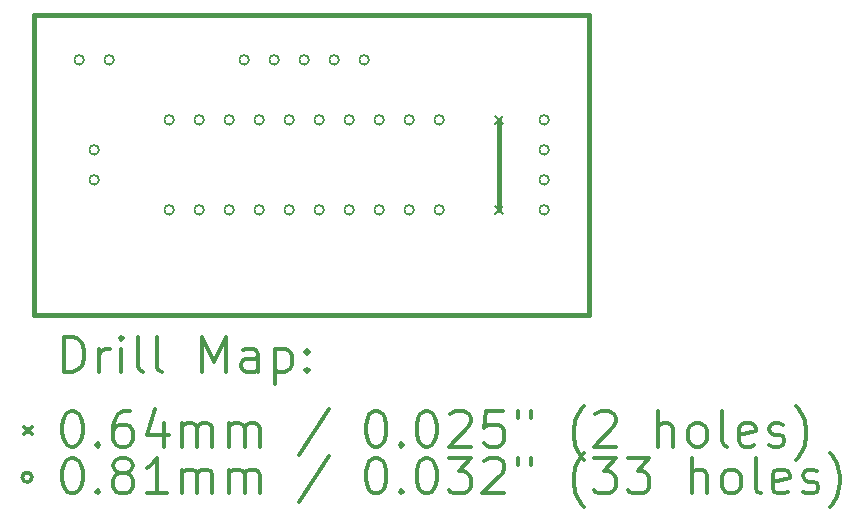
<source format=gbr>
%FSLAX45Y45*%
G04 Gerber Fmt 4.5, Leading zero omitted, Abs format (unit mm)*
G04 Created by KiCad (PCBNEW 4.0.5+dfsg1-4+deb9u1) date Mon Sep 26 08:46:46 2022*
%MOMM*%
%LPD*%
G01*
G04 APERTURE LIST*
%ADD10C,0.127000*%
%ADD11C,0.381000*%
%ADD12C,0.200000*%
%ADD13C,0.300000*%
G04 APERTURE END LIST*
D10*
D11*
X16637000Y-10477500D02*
X16637000Y-9715500D01*
X17399000Y-11366500D02*
X12700000Y-11366500D01*
X12700000Y-8826500D02*
X17399000Y-8826500D01*
X17399000Y-11366500D02*
X17399000Y-8826500D01*
X12700000Y-10858500D02*
X12700000Y-11366500D01*
X12700000Y-8826500D02*
X12700000Y-10858500D01*
D12*
X16605250Y-9683750D02*
X16668750Y-9747250D01*
X16668750Y-9683750D02*
X16605250Y-9747250D01*
X16605250Y-10445750D02*
X16668750Y-10509250D01*
X16668750Y-10445750D02*
X16605250Y-10509250D01*
X13121640Y-9207500D02*
G75*
G03X13121640Y-9207500I-40640J0D01*
G01*
X13248640Y-9969500D02*
G75*
G03X13248640Y-9969500I-40640J0D01*
G01*
X13248640Y-10223500D02*
G75*
G03X13248640Y-10223500I-40640J0D01*
G01*
X13375640Y-9207500D02*
G75*
G03X13375640Y-9207500I-40640J0D01*
G01*
X13883640Y-9715500D02*
G75*
G03X13883640Y-9715500I-40640J0D01*
G01*
X13883640Y-10477500D02*
G75*
G03X13883640Y-10477500I-40640J0D01*
G01*
X14137640Y-9715500D02*
G75*
G03X14137640Y-9715500I-40640J0D01*
G01*
X14137640Y-10477500D02*
G75*
G03X14137640Y-10477500I-40640J0D01*
G01*
X14391640Y-9715500D02*
G75*
G03X14391640Y-9715500I-40640J0D01*
G01*
X14391640Y-10477500D02*
G75*
G03X14391640Y-10477500I-40640J0D01*
G01*
X14518640Y-9207500D02*
G75*
G03X14518640Y-9207500I-40640J0D01*
G01*
X14645640Y-9715500D02*
G75*
G03X14645640Y-9715500I-40640J0D01*
G01*
X14645640Y-10477500D02*
G75*
G03X14645640Y-10477500I-40640J0D01*
G01*
X14772640Y-9207500D02*
G75*
G03X14772640Y-9207500I-40640J0D01*
G01*
X14899640Y-9715500D02*
G75*
G03X14899640Y-9715500I-40640J0D01*
G01*
X14899640Y-10477500D02*
G75*
G03X14899640Y-10477500I-40640J0D01*
G01*
X15026640Y-9207500D02*
G75*
G03X15026640Y-9207500I-40640J0D01*
G01*
X15153640Y-9715500D02*
G75*
G03X15153640Y-9715500I-40640J0D01*
G01*
X15153640Y-10477500D02*
G75*
G03X15153640Y-10477500I-40640J0D01*
G01*
X15280640Y-9207500D02*
G75*
G03X15280640Y-9207500I-40640J0D01*
G01*
X15407640Y-9715500D02*
G75*
G03X15407640Y-9715500I-40640J0D01*
G01*
X15407640Y-10477500D02*
G75*
G03X15407640Y-10477500I-40640J0D01*
G01*
X15534640Y-9207500D02*
G75*
G03X15534640Y-9207500I-40640J0D01*
G01*
X15661640Y-9715500D02*
G75*
G03X15661640Y-9715500I-40640J0D01*
G01*
X15661640Y-10477500D02*
G75*
G03X15661640Y-10477500I-40640J0D01*
G01*
X15915640Y-9715500D02*
G75*
G03X15915640Y-9715500I-40640J0D01*
G01*
X15915640Y-10477500D02*
G75*
G03X15915640Y-10477500I-40640J0D01*
G01*
X16169640Y-9715500D02*
G75*
G03X16169640Y-9715500I-40640J0D01*
G01*
X16169640Y-10477500D02*
G75*
G03X16169640Y-10477500I-40640J0D01*
G01*
X17058640Y-9715500D02*
G75*
G03X17058640Y-9715500I-40640J0D01*
G01*
X17058640Y-9969500D02*
G75*
G03X17058640Y-9969500I-40640J0D01*
G01*
X17058640Y-10223500D02*
G75*
G03X17058640Y-10223500I-40640J0D01*
G01*
X17058640Y-10477500D02*
G75*
G03X17058640Y-10477500I-40640J0D01*
G01*
D13*
X12952378Y-11851264D02*
X12952378Y-11551264D01*
X13023807Y-11551264D01*
X13066664Y-11565550D01*
X13095236Y-11594121D01*
X13109521Y-11622693D01*
X13123807Y-11679836D01*
X13123807Y-11722693D01*
X13109521Y-11779836D01*
X13095236Y-11808407D01*
X13066664Y-11836979D01*
X13023807Y-11851264D01*
X12952378Y-11851264D01*
X13252378Y-11851264D02*
X13252378Y-11651264D01*
X13252378Y-11708407D02*
X13266664Y-11679836D01*
X13280950Y-11665550D01*
X13309521Y-11651264D01*
X13338093Y-11651264D01*
X13438093Y-11851264D02*
X13438093Y-11651264D01*
X13438093Y-11551264D02*
X13423807Y-11565550D01*
X13438093Y-11579836D01*
X13452378Y-11565550D01*
X13438093Y-11551264D01*
X13438093Y-11579836D01*
X13623807Y-11851264D02*
X13595236Y-11836979D01*
X13580950Y-11808407D01*
X13580950Y-11551264D01*
X13780950Y-11851264D02*
X13752378Y-11836979D01*
X13738093Y-11808407D01*
X13738093Y-11551264D01*
X14123807Y-11851264D02*
X14123807Y-11551264D01*
X14223807Y-11765550D01*
X14323807Y-11551264D01*
X14323807Y-11851264D01*
X14595236Y-11851264D02*
X14595236Y-11694121D01*
X14580950Y-11665550D01*
X14552378Y-11651264D01*
X14495236Y-11651264D01*
X14466664Y-11665550D01*
X14595236Y-11836979D02*
X14566664Y-11851264D01*
X14495236Y-11851264D01*
X14466664Y-11836979D01*
X14452378Y-11808407D01*
X14452378Y-11779836D01*
X14466664Y-11751264D01*
X14495236Y-11736979D01*
X14566664Y-11736979D01*
X14595236Y-11722693D01*
X14738093Y-11651264D02*
X14738093Y-11951264D01*
X14738093Y-11665550D02*
X14766664Y-11651264D01*
X14823807Y-11651264D01*
X14852378Y-11665550D01*
X14866664Y-11679836D01*
X14880950Y-11708407D01*
X14880950Y-11794121D01*
X14866664Y-11822693D01*
X14852378Y-11836979D01*
X14823807Y-11851264D01*
X14766664Y-11851264D01*
X14738093Y-11836979D01*
X15009521Y-11822693D02*
X15023807Y-11836979D01*
X15009521Y-11851264D01*
X14995236Y-11836979D01*
X15009521Y-11822693D01*
X15009521Y-11851264D01*
X15009521Y-11665550D02*
X15023807Y-11679836D01*
X15009521Y-11694121D01*
X14995236Y-11679836D01*
X15009521Y-11665550D01*
X15009521Y-11694121D01*
X12617450Y-12313800D02*
X12680950Y-12377300D01*
X12680950Y-12313800D02*
X12617450Y-12377300D01*
X13009521Y-12181264D02*
X13038093Y-12181264D01*
X13066664Y-12195550D01*
X13080950Y-12209836D01*
X13095236Y-12238407D01*
X13109521Y-12295550D01*
X13109521Y-12366979D01*
X13095236Y-12424121D01*
X13080950Y-12452693D01*
X13066664Y-12466979D01*
X13038093Y-12481264D01*
X13009521Y-12481264D01*
X12980950Y-12466979D01*
X12966664Y-12452693D01*
X12952378Y-12424121D01*
X12938093Y-12366979D01*
X12938093Y-12295550D01*
X12952378Y-12238407D01*
X12966664Y-12209836D01*
X12980950Y-12195550D01*
X13009521Y-12181264D01*
X13238093Y-12452693D02*
X13252378Y-12466979D01*
X13238093Y-12481264D01*
X13223807Y-12466979D01*
X13238093Y-12452693D01*
X13238093Y-12481264D01*
X13509521Y-12181264D02*
X13452378Y-12181264D01*
X13423807Y-12195550D01*
X13409521Y-12209836D01*
X13380950Y-12252693D01*
X13366664Y-12309836D01*
X13366664Y-12424121D01*
X13380950Y-12452693D01*
X13395236Y-12466979D01*
X13423807Y-12481264D01*
X13480950Y-12481264D01*
X13509521Y-12466979D01*
X13523807Y-12452693D01*
X13538093Y-12424121D01*
X13538093Y-12352693D01*
X13523807Y-12324121D01*
X13509521Y-12309836D01*
X13480950Y-12295550D01*
X13423807Y-12295550D01*
X13395236Y-12309836D01*
X13380950Y-12324121D01*
X13366664Y-12352693D01*
X13795236Y-12281264D02*
X13795236Y-12481264D01*
X13723807Y-12166979D02*
X13652378Y-12381264D01*
X13838093Y-12381264D01*
X13952378Y-12481264D02*
X13952378Y-12281264D01*
X13952378Y-12309836D02*
X13966664Y-12295550D01*
X13995236Y-12281264D01*
X14038093Y-12281264D01*
X14066664Y-12295550D01*
X14080950Y-12324121D01*
X14080950Y-12481264D01*
X14080950Y-12324121D02*
X14095236Y-12295550D01*
X14123807Y-12281264D01*
X14166664Y-12281264D01*
X14195236Y-12295550D01*
X14209521Y-12324121D01*
X14209521Y-12481264D01*
X14352378Y-12481264D02*
X14352378Y-12281264D01*
X14352378Y-12309836D02*
X14366664Y-12295550D01*
X14395236Y-12281264D01*
X14438093Y-12281264D01*
X14466664Y-12295550D01*
X14480950Y-12324121D01*
X14480950Y-12481264D01*
X14480950Y-12324121D02*
X14495236Y-12295550D01*
X14523807Y-12281264D01*
X14566664Y-12281264D01*
X14595236Y-12295550D01*
X14609521Y-12324121D01*
X14609521Y-12481264D01*
X15195236Y-12166979D02*
X14938093Y-12552693D01*
X15580950Y-12181264D02*
X15609521Y-12181264D01*
X15638093Y-12195550D01*
X15652378Y-12209836D01*
X15666664Y-12238407D01*
X15680950Y-12295550D01*
X15680950Y-12366979D01*
X15666664Y-12424121D01*
X15652378Y-12452693D01*
X15638093Y-12466979D01*
X15609521Y-12481264D01*
X15580950Y-12481264D01*
X15552378Y-12466979D01*
X15538093Y-12452693D01*
X15523807Y-12424121D01*
X15509521Y-12366979D01*
X15509521Y-12295550D01*
X15523807Y-12238407D01*
X15538093Y-12209836D01*
X15552378Y-12195550D01*
X15580950Y-12181264D01*
X15809521Y-12452693D02*
X15823807Y-12466979D01*
X15809521Y-12481264D01*
X15795236Y-12466979D01*
X15809521Y-12452693D01*
X15809521Y-12481264D01*
X16009521Y-12181264D02*
X16038093Y-12181264D01*
X16066664Y-12195550D01*
X16080950Y-12209836D01*
X16095235Y-12238407D01*
X16109521Y-12295550D01*
X16109521Y-12366979D01*
X16095235Y-12424121D01*
X16080950Y-12452693D01*
X16066664Y-12466979D01*
X16038093Y-12481264D01*
X16009521Y-12481264D01*
X15980950Y-12466979D01*
X15966664Y-12452693D01*
X15952378Y-12424121D01*
X15938093Y-12366979D01*
X15938093Y-12295550D01*
X15952378Y-12238407D01*
X15966664Y-12209836D01*
X15980950Y-12195550D01*
X16009521Y-12181264D01*
X16223807Y-12209836D02*
X16238093Y-12195550D01*
X16266664Y-12181264D01*
X16338093Y-12181264D01*
X16366664Y-12195550D01*
X16380950Y-12209836D01*
X16395235Y-12238407D01*
X16395235Y-12266979D01*
X16380950Y-12309836D01*
X16209521Y-12481264D01*
X16395235Y-12481264D01*
X16666664Y-12181264D02*
X16523807Y-12181264D01*
X16509521Y-12324121D01*
X16523807Y-12309836D01*
X16552378Y-12295550D01*
X16623807Y-12295550D01*
X16652378Y-12309836D01*
X16666664Y-12324121D01*
X16680950Y-12352693D01*
X16680950Y-12424121D01*
X16666664Y-12452693D01*
X16652378Y-12466979D01*
X16623807Y-12481264D01*
X16552378Y-12481264D01*
X16523807Y-12466979D01*
X16509521Y-12452693D01*
X16795236Y-12181264D02*
X16795236Y-12238407D01*
X16909521Y-12181264D02*
X16909521Y-12238407D01*
X17352378Y-12595550D02*
X17338093Y-12581264D01*
X17309521Y-12538407D01*
X17295236Y-12509836D01*
X17280950Y-12466979D01*
X17266664Y-12395550D01*
X17266664Y-12338407D01*
X17280950Y-12266979D01*
X17295236Y-12224121D01*
X17309521Y-12195550D01*
X17338093Y-12152693D01*
X17352378Y-12138407D01*
X17452378Y-12209836D02*
X17466664Y-12195550D01*
X17495236Y-12181264D01*
X17566664Y-12181264D01*
X17595236Y-12195550D01*
X17609521Y-12209836D01*
X17623807Y-12238407D01*
X17623807Y-12266979D01*
X17609521Y-12309836D01*
X17438093Y-12481264D01*
X17623807Y-12481264D01*
X17980950Y-12481264D02*
X17980950Y-12181264D01*
X18109521Y-12481264D02*
X18109521Y-12324121D01*
X18095236Y-12295550D01*
X18066664Y-12281264D01*
X18023807Y-12281264D01*
X17995236Y-12295550D01*
X17980950Y-12309836D01*
X18295236Y-12481264D02*
X18266664Y-12466979D01*
X18252378Y-12452693D01*
X18238093Y-12424121D01*
X18238093Y-12338407D01*
X18252378Y-12309836D01*
X18266664Y-12295550D01*
X18295236Y-12281264D01*
X18338093Y-12281264D01*
X18366664Y-12295550D01*
X18380950Y-12309836D01*
X18395236Y-12338407D01*
X18395236Y-12424121D01*
X18380950Y-12452693D01*
X18366664Y-12466979D01*
X18338093Y-12481264D01*
X18295236Y-12481264D01*
X18566664Y-12481264D02*
X18538093Y-12466979D01*
X18523807Y-12438407D01*
X18523807Y-12181264D01*
X18795236Y-12466979D02*
X18766664Y-12481264D01*
X18709521Y-12481264D01*
X18680950Y-12466979D01*
X18666664Y-12438407D01*
X18666664Y-12324121D01*
X18680950Y-12295550D01*
X18709521Y-12281264D01*
X18766664Y-12281264D01*
X18795236Y-12295550D01*
X18809521Y-12324121D01*
X18809521Y-12352693D01*
X18666664Y-12381264D01*
X18923807Y-12466979D02*
X18952379Y-12481264D01*
X19009521Y-12481264D01*
X19038093Y-12466979D01*
X19052379Y-12438407D01*
X19052379Y-12424121D01*
X19038093Y-12395550D01*
X19009521Y-12381264D01*
X18966664Y-12381264D01*
X18938093Y-12366979D01*
X18923807Y-12338407D01*
X18923807Y-12324121D01*
X18938093Y-12295550D01*
X18966664Y-12281264D01*
X19009521Y-12281264D01*
X19038093Y-12295550D01*
X19152378Y-12595550D02*
X19166664Y-12581264D01*
X19195236Y-12538407D01*
X19209521Y-12509836D01*
X19223807Y-12466979D01*
X19238093Y-12395550D01*
X19238093Y-12338407D01*
X19223807Y-12266979D01*
X19209521Y-12224121D01*
X19195236Y-12195550D01*
X19166664Y-12152693D01*
X19152378Y-12138407D01*
X12680950Y-12741550D02*
G75*
G03X12680950Y-12741550I-40640J0D01*
G01*
X13009521Y-12577264D02*
X13038093Y-12577264D01*
X13066664Y-12591550D01*
X13080950Y-12605836D01*
X13095236Y-12634407D01*
X13109521Y-12691550D01*
X13109521Y-12762979D01*
X13095236Y-12820121D01*
X13080950Y-12848693D01*
X13066664Y-12862979D01*
X13038093Y-12877264D01*
X13009521Y-12877264D01*
X12980950Y-12862979D01*
X12966664Y-12848693D01*
X12952378Y-12820121D01*
X12938093Y-12762979D01*
X12938093Y-12691550D01*
X12952378Y-12634407D01*
X12966664Y-12605836D01*
X12980950Y-12591550D01*
X13009521Y-12577264D01*
X13238093Y-12848693D02*
X13252378Y-12862979D01*
X13238093Y-12877264D01*
X13223807Y-12862979D01*
X13238093Y-12848693D01*
X13238093Y-12877264D01*
X13423807Y-12705836D02*
X13395236Y-12691550D01*
X13380950Y-12677264D01*
X13366664Y-12648693D01*
X13366664Y-12634407D01*
X13380950Y-12605836D01*
X13395236Y-12591550D01*
X13423807Y-12577264D01*
X13480950Y-12577264D01*
X13509521Y-12591550D01*
X13523807Y-12605836D01*
X13538093Y-12634407D01*
X13538093Y-12648693D01*
X13523807Y-12677264D01*
X13509521Y-12691550D01*
X13480950Y-12705836D01*
X13423807Y-12705836D01*
X13395236Y-12720121D01*
X13380950Y-12734407D01*
X13366664Y-12762979D01*
X13366664Y-12820121D01*
X13380950Y-12848693D01*
X13395236Y-12862979D01*
X13423807Y-12877264D01*
X13480950Y-12877264D01*
X13509521Y-12862979D01*
X13523807Y-12848693D01*
X13538093Y-12820121D01*
X13538093Y-12762979D01*
X13523807Y-12734407D01*
X13509521Y-12720121D01*
X13480950Y-12705836D01*
X13823807Y-12877264D02*
X13652378Y-12877264D01*
X13738093Y-12877264D02*
X13738093Y-12577264D01*
X13709521Y-12620121D01*
X13680950Y-12648693D01*
X13652378Y-12662979D01*
X13952378Y-12877264D02*
X13952378Y-12677264D01*
X13952378Y-12705836D02*
X13966664Y-12691550D01*
X13995236Y-12677264D01*
X14038093Y-12677264D01*
X14066664Y-12691550D01*
X14080950Y-12720121D01*
X14080950Y-12877264D01*
X14080950Y-12720121D02*
X14095236Y-12691550D01*
X14123807Y-12677264D01*
X14166664Y-12677264D01*
X14195236Y-12691550D01*
X14209521Y-12720121D01*
X14209521Y-12877264D01*
X14352378Y-12877264D02*
X14352378Y-12677264D01*
X14352378Y-12705836D02*
X14366664Y-12691550D01*
X14395236Y-12677264D01*
X14438093Y-12677264D01*
X14466664Y-12691550D01*
X14480950Y-12720121D01*
X14480950Y-12877264D01*
X14480950Y-12720121D02*
X14495236Y-12691550D01*
X14523807Y-12677264D01*
X14566664Y-12677264D01*
X14595236Y-12691550D01*
X14609521Y-12720121D01*
X14609521Y-12877264D01*
X15195236Y-12562979D02*
X14938093Y-12948693D01*
X15580950Y-12577264D02*
X15609521Y-12577264D01*
X15638093Y-12591550D01*
X15652378Y-12605836D01*
X15666664Y-12634407D01*
X15680950Y-12691550D01*
X15680950Y-12762979D01*
X15666664Y-12820121D01*
X15652378Y-12848693D01*
X15638093Y-12862979D01*
X15609521Y-12877264D01*
X15580950Y-12877264D01*
X15552378Y-12862979D01*
X15538093Y-12848693D01*
X15523807Y-12820121D01*
X15509521Y-12762979D01*
X15509521Y-12691550D01*
X15523807Y-12634407D01*
X15538093Y-12605836D01*
X15552378Y-12591550D01*
X15580950Y-12577264D01*
X15809521Y-12848693D02*
X15823807Y-12862979D01*
X15809521Y-12877264D01*
X15795236Y-12862979D01*
X15809521Y-12848693D01*
X15809521Y-12877264D01*
X16009521Y-12577264D02*
X16038093Y-12577264D01*
X16066664Y-12591550D01*
X16080950Y-12605836D01*
X16095235Y-12634407D01*
X16109521Y-12691550D01*
X16109521Y-12762979D01*
X16095235Y-12820121D01*
X16080950Y-12848693D01*
X16066664Y-12862979D01*
X16038093Y-12877264D01*
X16009521Y-12877264D01*
X15980950Y-12862979D01*
X15966664Y-12848693D01*
X15952378Y-12820121D01*
X15938093Y-12762979D01*
X15938093Y-12691550D01*
X15952378Y-12634407D01*
X15966664Y-12605836D01*
X15980950Y-12591550D01*
X16009521Y-12577264D01*
X16209521Y-12577264D02*
X16395235Y-12577264D01*
X16295235Y-12691550D01*
X16338093Y-12691550D01*
X16366664Y-12705836D01*
X16380950Y-12720121D01*
X16395235Y-12748693D01*
X16395235Y-12820121D01*
X16380950Y-12848693D01*
X16366664Y-12862979D01*
X16338093Y-12877264D01*
X16252378Y-12877264D01*
X16223807Y-12862979D01*
X16209521Y-12848693D01*
X16509521Y-12605836D02*
X16523807Y-12591550D01*
X16552378Y-12577264D01*
X16623807Y-12577264D01*
X16652378Y-12591550D01*
X16666664Y-12605836D01*
X16680950Y-12634407D01*
X16680950Y-12662979D01*
X16666664Y-12705836D01*
X16495235Y-12877264D01*
X16680950Y-12877264D01*
X16795236Y-12577264D02*
X16795236Y-12634407D01*
X16909521Y-12577264D02*
X16909521Y-12634407D01*
X17352378Y-12991550D02*
X17338093Y-12977264D01*
X17309521Y-12934407D01*
X17295236Y-12905836D01*
X17280950Y-12862979D01*
X17266664Y-12791550D01*
X17266664Y-12734407D01*
X17280950Y-12662979D01*
X17295236Y-12620121D01*
X17309521Y-12591550D01*
X17338093Y-12548693D01*
X17352378Y-12534407D01*
X17438093Y-12577264D02*
X17623807Y-12577264D01*
X17523807Y-12691550D01*
X17566664Y-12691550D01*
X17595236Y-12705836D01*
X17609521Y-12720121D01*
X17623807Y-12748693D01*
X17623807Y-12820121D01*
X17609521Y-12848693D01*
X17595236Y-12862979D01*
X17566664Y-12877264D01*
X17480950Y-12877264D01*
X17452378Y-12862979D01*
X17438093Y-12848693D01*
X17723807Y-12577264D02*
X17909521Y-12577264D01*
X17809521Y-12691550D01*
X17852378Y-12691550D01*
X17880950Y-12705836D01*
X17895236Y-12720121D01*
X17909521Y-12748693D01*
X17909521Y-12820121D01*
X17895236Y-12848693D01*
X17880950Y-12862979D01*
X17852378Y-12877264D01*
X17766664Y-12877264D01*
X17738093Y-12862979D01*
X17723807Y-12848693D01*
X18266664Y-12877264D02*
X18266664Y-12577264D01*
X18395236Y-12877264D02*
X18395236Y-12720121D01*
X18380950Y-12691550D01*
X18352378Y-12677264D01*
X18309521Y-12677264D01*
X18280950Y-12691550D01*
X18266664Y-12705836D01*
X18580950Y-12877264D02*
X18552378Y-12862979D01*
X18538093Y-12848693D01*
X18523807Y-12820121D01*
X18523807Y-12734407D01*
X18538093Y-12705836D01*
X18552378Y-12691550D01*
X18580950Y-12677264D01*
X18623807Y-12677264D01*
X18652378Y-12691550D01*
X18666664Y-12705836D01*
X18680950Y-12734407D01*
X18680950Y-12820121D01*
X18666664Y-12848693D01*
X18652378Y-12862979D01*
X18623807Y-12877264D01*
X18580950Y-12877264D01*
X18852378Y-12877264D02*
X18823807Y-12862979D01*
X18809521Y-12834407D01*
X18809521Y-12577264D01*
X19080950Y-12862979D02*
X19052379Y-12877264D01*
X18995236Y-12877264D01*
X18966664Y-12862979D01*
X18952379Y-12834407D01*
X18952379Y-12720121D01*
X18966664Y-12691550D01*
X18995236Y-12677264D01*
X19052379Y-12677264D01*
X19080950Y-12691550D01*
X19095236Y-12720121D01*
X19095236Y-12748693D01*
X18952379Y-12777264D01*
X19209521Y-12862979D02*
X19238093Y-12877264D01*
X19295236Y-12877264D01*
X19323807Y-12862979D01*
X19338093Y-12834407D01*
X19338093Y-12820121D01*
X19323807Y-12791550D01*
X19295236Y-12777264D01*
X19252379Y-12777264D01*
X19223807Y-12762979D01*
X19209521Y-12734407D01*
X19209521Y-12720121D01*
X19223807Y-12691550D01*
X19252379Y-12677264D01*
X19295236Y-12677264D01*
X19323807Y-12691550D01*
X19438093Y-12991550D02*
X19452379Y-12977264D01*
X19480950Y-12934407D01*
X19495236Y-12905836D01*
X19509521Y-12862979D01*
X19523807Y-12791550D01*
X19523807Y-12734407D01*
X19509521Y-12662979D01*
X19495236Y-12620121D01*
X19480950Y-12591550D01*
X19452379Y-12548693D01*
X19438093Y-12534407D01*
M02*

</source>
